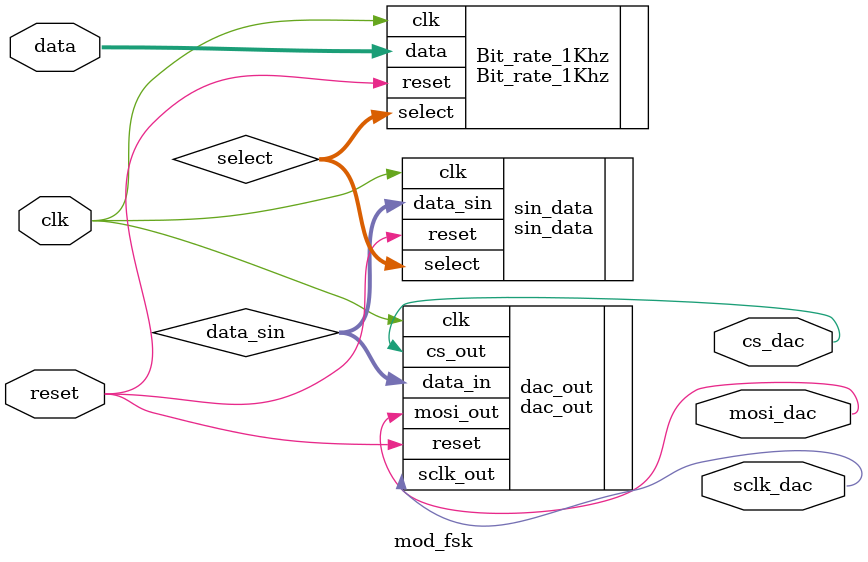
<source format=v>
module mod_fsk(
    input [7:0] data,
	input clk,
	input reset,
	output cs_dac,
	output sclk_dac,
	output mosi_dac 
	);

wire [11:0] data_sin;
wire [11:0] select;

Bit_rate_1Khz Bit_rate_1Khz (
	.data(data),
	.clk(clk),
	.reset(reset),
	.select(select)
	);

sin_data sin_data (
	.clk(clk),
	.reset(reset),
	.select(select),
	.data_sin(data_sin)
	);

dac_out dac_out (
	.clk(clk),
	.reset(reset),
	.data_in(data_sin),
	.mosi_out(mosi_dac),
	.cs_out(cs_dac),
	.sclk_out(sclk_dac)
	);
endmodule
</source>
